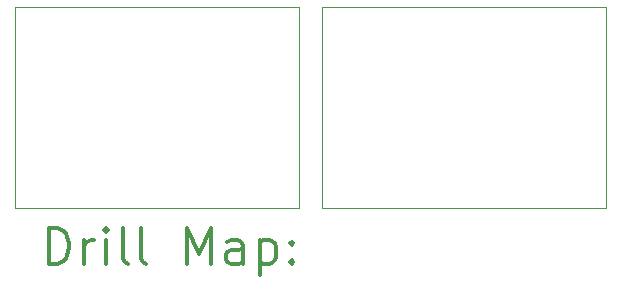
<source format=gbr>
%FSLAX45Y45*%
G04 Gerber Fmt 4.5, Leading zero omitted, Abs format (unit mm)*
G04 Created by KiCad (PCBNEW 5.1.6-c6e7f7d~87~ubuntu18.04.1) date 2020-08-02 18:45:05*
%MOMM*%
%LPD*%
G01*
G04 APERTURE LIST*
%TA.AperFunction,Profile*%
%ADD10C,0.100000*%
%TD*%
%ADD11C,0.200000*%
%ADD12C,0.300000*%
G04 APERTURE END LIST*
D10*
X10300000Y-8900000D02*
X10300000Y-7200000D01*
X12700000Y-8900000D02*
X10300000Y-8900000D01*
X12700000Y-8900000D02*
X12700000Y-7200000D01*
X12900000Y-8900000D02*
X12900000Y-7200000D01*
X12900000Y-7200000D02*
X15300000Y-7200000D01*
X15300000Y-7200000D02*
X15300000Y-8900000D01*
X15300000Y-8900000D02*
X12900000Y-8900000D01*
X10300000Y-7200000D02*
X12700000Y-7200000D01*
D11*
D12*
X10581428Y-9370714D02*
X10581428Y-9070714D01*
X10652857Y-9070714D01*
X10695714Y-9085000D01*
X10724286Y-9113572D01*
X10738571Y-9142143D01*
X10752857Y-9199286D01*
X10752857Y-9242143D01*
X10738571Y-9299286D01*
X10724286Y-9327857D01*
X10695714Y-9356429D01*
X10652857Y-9370714D01*
X10581428Y-9370714D01*
X10881428Y-9370714D02*
X10881428Y-9170714D01*
X10881428Y-9227857D02*
X10895714Y-9199286D01*
X10910000Y-9185000D01*
X10938571Y-9170714D01*
X10967143Y-9170714D01*
X11067143Y-9370714D02*
X11067143Y-9170714D01*
X11067143Y-9070714D02*
X11052857Y-9085000D01*
X11067143Y-9099286D01*
X11081428Y-9085000D01*
X11067143Y-9070714D01*
X11067143Y-9099286D01*
X11252857Y-9370714D02*
X11224286Y-9356429D01*
X11210000Y-9327857D01*
X11210000Y-9070714D01*
X11410000Y-9370714D02*
X11381428Y-9356429D01*
X11367143Y-9327857D01*
X11367143Y-9070714D01*
X11752857Y-9370714D02*
X11752857Y-9070714D01*
X11852857Y-9285000D01*
X11952857Y-9070714D01*
X11952857Y-9370714D01*
X12224286Y-9370714D02*
X12224286Y-9213572D01*
X12210000Y-9185000D01*
X12181428Y-9170714D01*
X12124286Y-9170714D01*
X12095714Y-9185000D01*
X12224286Y-9356429D02*
X12195714Y-9370714D01*
X12124286Y-9370714D01*
X12095714Y-9356429D01*
X12081428Y-9327857D01*
X12081428Y-9299286D01*
X12095714Y-9270714D01*
X12124286Y-9256429D01*
X12195714Y-9256429D01*
X12224286Y-9242143D01*
X12367143Y-9170714D02*
X12367143Y-9470714D01*
X12367143Y-9185000D02*
X12395714Y-9170714D01*
X12452857Y-9170714D01*
X12481428Y-9185000D01*
X12495714Y-9199286D01*
X12510000Y-9227857D01*
X12510000Y-9313572D01*
X12495714Y-9342143D01*
X12481428Y-9356429D01*
X12452857Y-9370714D01*
X12395714Y-9370714D01*
X12367143Y-9356429D01*
X12638571Y-9342143D02*
X12652857Y-9356429D01*
X12638571Y-9370714D01*
X12624286Y-9356429D01*
X12638571Y-9342143D01*
X12638571Y-9370714D01*
X12638571Y-9185000D02*
X12652857Y-9199286D01*
X12638571Y-9213572D01*
X12624286Y-9199286D01*
X12638571Y-9185000D01*
X12638571Y-9213572D01*
M02*

</source>
